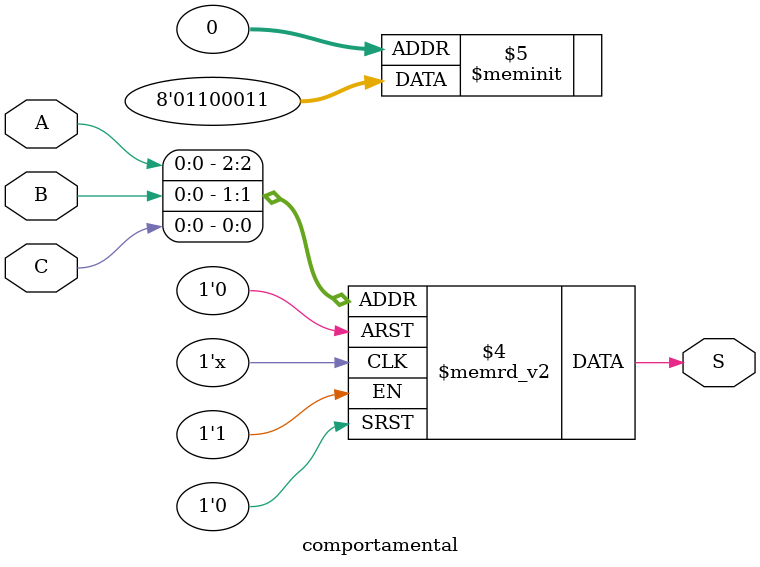
<source format=v>
module comportamental(A,B,C, S);
//variaveis de entrada
input A,B,C;
//quando se usa o always deve usar a saida do tipo reg
output reg S;
//always é uma repeticao alternativa em verilog
  always @(A or B or C)
  begin 
    //concatenacao de variaveis
    case ({A,B,C})
         //analisa cada caso e atribui uma saida desejada
         //como se fosse a tabela-verdade
	 3'b000 : S = 1'b1;
	 3'b001 : S = 1'b1;
	 3'b010 : S = 1'b0;
	 3'b011 : S = 1'b0;
	 3'b100 : S = 1'b0;
	 3'b101 : S = 1'b1;
	 3'b110 : S = 1'b1;
	 3'b111 : S = 1'b0;
	 endcase
	end
endmodule

</source>
